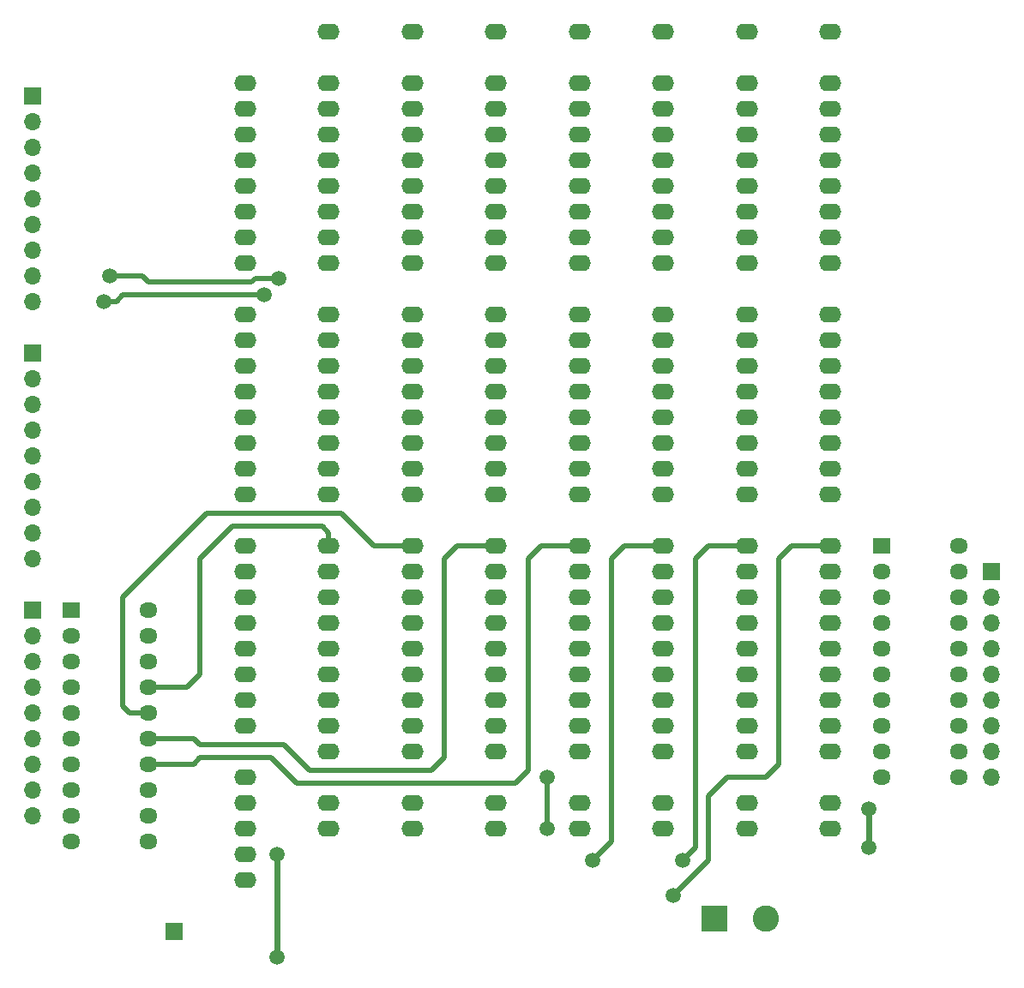
<source format=gbr>
%TF.GenerationSoftware,KiCad,Pcbnew,(5.1.8)-1*%
%TF.CreationDate,2024-08-14T23:36:35+03:00*%
%TF.ProjectId,MUL8x8,4d554c38-7838-42e6-9b69-6361645f7063,rev?*%
%TF.SameCoordinates,Original*%
%TF.FileFunction,Copper,L1,Top*%
%TF.FilePolarity,Positive*%
%FSLAX46Y46*%
G04 Gerber Fmt 4.6, Leading zero omitted, Abs format (unit mm)*
G04 Created by KiCad (PCBNEW (5.1.8)-1) date 2024-08-14 23:36:35*
%MOMM*%
%LPD*%
G01*
G04 APERTURE LIST*
%TA.AperFunction,ComponentPad*%
%ADD10O,1.800000X1.500000*%
%TD*%
%TA.AperFunction,ComponentPad*%
%ADD11R,1.800000X1.500000*%
%TD*%
%TA.AperFunction,ComponentPad*%
%ADD12C,2.600000*%
%TD*%
%TA.AperFunction,ComponentPad*%
%ADD13R,2.600000X2.600000*%
%TD*%
%TA.AperFunction,ComponentPad*%
%ADD14R,1.700000X1.700000*%
%TD*%
%TA.AperFunction,ComponentPad*%
%ADD15O,1.700000X1.700000*%
%TD*%
%TA.AperFunction,ComponentPad*%
%ADD16O,2.200000X1.600000*%
%TD*%
%TA.AperFunction,ViaPad*%
%ADD17C,1.500000*%
%TD*%
%TA.AperFunction,Conductor*%
%ADD18C,0.500000*%
%TD*%
%TA.AperFunction,Conductor*%
%ADD19C,0.600000*%
%TD*%
G04 APERTURE END LIST*
D10*
%TO.P,U10,20*%
%TO.N,VCC*%
X106680000Y-69850000D03*
%TO.P,U10,10*%
%TO.N,GND*%
X99060000Y-92710000D03*
%TO.P,U10,19*%
%TO.N,/~MUL*%
X106680000Y-72390000D03*
%TO.P,U10,9*%
%TO.N,/P15*%
X99060000Y-90170000D03*
%TO.P,U10,18*%
%TO.N,/M8*%
X106680000Y-74930000D03*
%TO.P,U10,8*%
%TO.N,/P14*%
X99060000Y-87630000D03*
%TO.P,U10,17*%
%TO.N,/M9*%
X106680000Y-77470000D03*
%TO.P,U10,7*%
%TO.N,/P13*%
X99060000Y-85090000D03*
%TO.P,U10,16*%
%TO.N,/M10*%
X106680000Y-80010000D03*
%TO.P,U10,6*%
%TO.N,/P12*%
X99060000Y-82550000D03*
%TO.P,U10,15*%
%TO.N,/M11*%
X106680000Y-82550000D03*
%TO.P,U10,5*%
%TO.N,/P11*%
X99060000Y-80010000D03*
%TO.P,U10,14*%
%TO.N,/M12*%
X106680000Y-85090000D03*
%TO.P,U10,4*%
%TO.N,/P10*%
X99060000Y-77470000D03*
%TO.P,U10,13*%
%TO.N,/M13*%
X106680000Y-87630000D03*
%TO.P,U10,3*%
%TO.N,/P9*%
X99060000Y-74930000D03*
%TO.P,U10,12*%
%TO.N,/M14*%
X106680000Y-90170000D03*
%TO.P,U10,2*%
%TO.N,/P8*%
X99060000Y-72390000D03*
%TO.P,U10,11*%
%TO.N,/M15*%
X106680000Y-92710000D03*
D11*
%TO.P,U10,1*%
%TO.N,Net-(R3-Pad1)*%
X99060000Y-69850000D03*
%TD*%
D10*
%TO.P,U9,20*%
%TO.N,VCC*%
X26670000Y-76200000D03*
%TO.P,U9,10*%
%TO.N,GND*%
X19050000Y-99060000D03*
%TO.P,U9,19*%
%TO.N,/~MUL*%
X26670000Y-78740000D03*
%TO.P,U9,9*%
%TO.N,/M7*%
X19050000Y-96520000D03*
%TO.P,U9,18*%
%TO.N,/P0*%
X26670000Y-81280000D03*
%TO.P,U9,8*%
%TO.N,/M6*%
X19050000Y-93980000D03*
%TO.P,U9,17*%
%TO.N,/P1*%
X26670000Y-83820000D03*
%TO.P,U9,7*%
%TO.N,/M5*%
X19050000Y-91440000D03*
%TO.P,U9,16*%
%TO.N,/P2*%
X26670000Y-86360000D03*
%TO.P,U9,6*%
%TO.N,/M4*%
X19050000Y-88900000D03*
%TO.P,U9,15*%
%TO.N,/P3*%
X26670000Y-88900000D03*
%TO.P,U9,5*%
%TO.N,/M3*%
X19050000Y-86360000D03*
%TO.P,U9,14*%
%TO.N,/P4*%
X26670000Y-91440000D03*
%TO.P,U9,4*%
%TO.N,/M2*%
X19050000Y-83820000D03*
%TO.P,U9,13*%
%TO.N,/P5*%
X26670000Y-93980000D03*
%TO.P,U9,3*%
%TO.N,/M1*%
X19050000Y-81280000D03*
%TO.P,U9,12*%
%TO.N,/P6*%
X26670000Y-96520000D03*
%TO.P,U9,2*%
%TO.N,/M0*%
X19050000Y-78740000D03*
%TO.P,U9,11*%
%TO.N,/P7*%
X26670000Y-99060000D03*
D11*
%TO.P,U9,1*%
%TO.N,GND*%
X19050000Y-76200000D03*
%TD*%
D12*
%TO.P,J6,2*%
%TO.N,Net-(J6-Pad2)*%
X87550000Y-106680000D03*
D13*
%TO.P,J6,1*%
%TO.N,GND*%
X82550000Y-106680000D03*
%TD*%
D14*
%TO.P,J5,1*%
%TO.N,/~MUL*%
X29210000Y-107950000D03*
%TD*%
D15*
%TO.P,J4,9*%
%TO.N,/M15*%
X109855000Y-92710000D03*
%TO.P,J4,8*%
%TO.N,/M14*%
X109855000Y-90170000D03*
%TO.P,J4,7*%
%TO.N,/M13*%
X109855000Y-87630000D03*
%TO.P,J4,6*%
%TO.N,/M12*%
X109855000Y-85090000D03*
%TO.P,J4,5*%
%TO.N,/M11*%
X109855000Y-82550000D03*
%TO.P,J4,4*%
%TO.N,/M10*%
X109855000Y-80010000D03*
%TO.P,J4,3*%
%TO.N,/M9*%
X109855000Y-77470000D03*
%TO.P,J4,2*%
%TO.N,/M8*%
X109855000Y-74930000D03*
D14*
%TO.P,J4,1*%
%TO.N,GND*%
X109855000Y-72390000D03*
%TD*%
D15*
%TO.P,J3,9*%
%TO.N,/M7*%
X15240000Y-96520000D03*
%TO.P,J3,8*%
%TO.N,/M6*%
X15240000Y-93980000D03*
%TO.P,J3,7*%
%TO.N,/M5*%
X15240000Y-91440000D03*
%TO.P,J3,6*%
%TO.N,/M4*%
X15240000Y-88900000D03*
%TO.P,J3,5*%
%TO.N,/M3*%
X15240000Y-86360000D03*
%TO.P,J3,4*%
%TO.N,/M2*%
X15240000Y-83820000D03*
%TO.P,J3,3*%
%TO.N,/M1*%
X15240000Y-81280000D03*
%TO.P,J3,2*%
%TO.N,/M0*%
X15240000Y-78740000D03*
D14*
%TO.P,J3,1*%
%TO.N,GND*%
X15240000Y-76200000D03*
%TD*%
D15*
%TO.P,J2,9*%
%TO.N,/B7*%
X15240000Y-45720000D03*
%TO.P,J2,8*%
%TO.N,/B6*%
X15240000Y-43180000D03*
%TO.P,J2,7*%
%TO.N,/B5*%
X15240000Y-40640000D03*
%TO.P,J2,6*%
%TO.N,/B4*%
X15240000Y-38100000D03*
%TO.P,J2,5*%
%TO.N,/B3*%
X15240000Y-35560000D03*
%TO.P,J2,4*%
%TO.N,/B2*%
X15240000Y-33020000D03*
%TO.P,J2,3*%
%TO.N,/B1*%
X15240000Y-30480000D03*
%TO.P,J2,2*%
%TO.N,/B0*%
X15240000Y-27940000D03*
D14*
%TO.P,J2,1*%
%TO.N,GND*%
X15240000Y-25400000D03*
%TD*%
D15*
%TO.P,J1,9*%
%TO.N,/A7*%
X15240000Y-71120000D03*
%TO.P,J1,8*%
%TO.N,/A6*%
X15240000Y-68580000D03*
%TO.P,J1,7*%
%TO.N,/A5*%
X15240000Y-66040000D03*
%TO.P,J1,6*%
%TO.N,/A4*%
X15240000Y-63500000D03*
%TO.P,J1,5*%
%TO.N,/A3*%
X15240000Y-60960000D03*
%TO.P,J1,4*%
%TO.N,/A2*%
X15240000Y-58420000D03*
%TO.P,J1,3*%
%TO.N,/A1*%
X15240000Y-55880000D03*
%TO.P,J1,2*%
%TO.N,/A0*%
X15240000Y-53340000D03*
D14*
%TO.P,J1,1*%
%TO.N,GND*%
X15240000Y-50800000D03*
%TD*%
D16*
%TO.P,U8,29*%
%TO.N,Net-(R2-Pad1)*%
X36195000Y-102870000D03*
%TO.P,U8,28*%
%TO.N,GND*%
X36195000Y-100330000D03*
%TO.P,U8,27*%
X36195000Y-97790000D03*
%TO.P,U8,26*%
%TO.N,VCC*%
X36195000Y-95250000D03*
%TO.P,U8,25*%
%TO.N,Net-(R1-Pad2)*%
X36195000Y-92710000D03*
%TO.P,U8,24*%
%TO.N,Net-(U1-Pad16)*%
X36195000Y-87630000D03*
%TO.P,U8,23*%
%TO.N,Net-(U1-Pad15)*%
X36195000Y-85090000D03*
%TO.P,U8,22*%
%TO.N,Net-(U1-Pad14)*%
X36195000Y-82550000D03*
%TO.P,U8,21*%
%TO.N,Net-(U1-Pad13)*%
X36195000Y-80010000D03*
%TO.P,U8,20*%
%TO.N,Net-(U1-Pad12)*%
X36195000Y-77470000D03*
%TO.P,U8,19*%
%TO.N,Net-(U1-Pad11)*%
X36195000Y-74930000D03*
%TO.P,U8,18*%
%TO.N,Net-(U1-Pad10)*%
X36195000Y-72390000D03*
%TO.P,U8,17*%
%TO.N,/P0*%
X36195000Y-69850000D03*
%TO.P,U8,16*%
%TO.N,/B0*%
X36195000Y-64770000D03*
%TO.P,U8,15*%
X36195000Y-62230000D03*
%TO.P,U8,14*%
X36195000Y-59690000D03*
%TO.P,U8,13*%
X36195000Y-57150000D03*
%TO.P,U8,12*%
X36195000Y-54610000D03*
%TO.P,U8,11*%
X36195000Y-52070000D03*
%TO.P,U8,10*%
X36195000Y-49530000D03*
%TO.P,U8,9*%
X36195000Y-46990000D03*
%TO.P,U8,8*%
%TO.N,/A7*%
X36195000Y-41910000D03*
%TO.P,U8,7*%
%TO.N,/A6*%
X36195000Y-39370000D03*
%TO.P,U8,6*%
%TO.N,/A5*%
X36195000Y-36830000D03*
%TO.P,U8,5*%
%TO.N,/A4*%
X36195000Y-34290000D03*
%TO.P,U8,4*%
%TO.N,/A3*%
X36195000Y-31750000D03*
%TO.P,U8,3*%
%TO.N,/A2*%
X36195000Y-29210000D03*
%TO.P,U8,2*%
%TO.N,/A1*%
X36195000Y-26670000D03*
%TO.P,U8,1*%
%TO.N,/A0*%
X36195000Y-24130000D03*
%TD*%
%TO.P,U7,28*%
%TO.N,GND*%
X93980000Y-97790000D03*
%TO.P,U7,27*%
%TO.N,VCC*%
X93980000Y-95250000D03*
%TO.P,U7,26*%
%TO.N,/P15*%
X93980000Y-90170000D03*
%TO.P,U7,25*%
%TO.N,/P14*%
X93980000Y-87630000D03*
%TO.P,U7,24*%
%TO.N,/P13*%
X93980000Y-85090000D03*
%TO.P,U7,23*%
%TO.N,/P12*%
X93980000Y-82550000D03*
%TO.P,U7,22*%
%TO.N,/P11*%
X93980000Y-80010000D03*
%TO.P,U7,21*%
%TO.N,/P10*%
X93980000Y-77470000D03*
%TO.P,U7,20*%
%TO.N,/P9*%
X93980000Y-74930000D03*
%TO.P,U7,19*%
%TO.N,/P8*%
X93980000Y-72390000D03*
%TO.P,U7,18*%
%TO.N,/P7*%
X93980000Y-69850000D03*
%TO.P,U7,17*%
%TO.N,Net-(U6-Pad26)*%
X93980000Y-64770000D03*
%TO.P,U7,16*%
%TO.N,Net-(U6-Pad25)*%
X93980000Y-62230000D03*
%TO.P,U7,15*%
%TO.N,Net-(U6-Pad24)*%
X93980000Y-59690000D03*
%TO.P,U7,14*%
%TO.N,Net-(U6-Pad23)*%
X93980000Y-57150000D03*
%TO.P,U7,13*%
%TO.N,Net-(U6-Pad22)*%
X93980000Y-54610000D03*
%TO.P,U7,12*%
%TO.N,Net-(U6-Pad21)*%
X93980000Y-52070000D03*
%TO.P,U7,11*%
%TO.N,Net-(U6-Pad20)*%
X93980000Y-49530000D03*
%TO.P,U7,10*%
%TO.N,Net-(U6-Pad19)*%
X93980000Y-46990000D03*
%TO.P,U7,9*%
%TO.N,/A7*%
X93980000Y-41910000D03*
%TO.P,U7,8*%
%TO.N,/A6*%
X93980000Y-39370000D03*
%TO.P,U7,7*%
%TO.N,/A5*%
X93980000Y-36830000D03*
%TO.P,U7,6*%
%TO.N,/A4*%
X93980000Y-34290000D03*
%TO.P,U7,5*%
%TO.N,/A3*%
X93980000Y-31750000D03*
%TO.P,U7,4*%
%TO.N,/A2*%
X93980000Y-29210000D03*
%TO.P,U7,3*%
%TO.N,/A1*%
X93980000Y-26670000D03*
%TO.P,U7,2*%
%TO.N,/A0*%
X93980000Y-24130000D03*
%TO.P,U7,1*%
%TO.N,/B7*%
X93980000Y-19050000D03*
%TD*%
%TO.P,U6,28*%
%TO.N,GND*%
X85725000Y-97790000D03*
%TO.P,U6,27*%
%TO.N,VCC*%
X85725000Y-95250000D03*
%TO.P,U6,26*%
%TO.N,Net-(U6-Pad26)*%
X85725000Y-90170000D03*
%TO.P,U6,25*%
%TO.N,Net-(U6-Pad25)*%
X85725000Y-87630000D03*
%TO.P,U6,24*%
%TO.N,Net-(U6-Pad24)*%
X85725000Y-85090000D03*
%TO.P,U6,23*%
%TO.N,Net-(U6-Pad23)*%
X85725000Y-82550000D03*
%TO.P,U6,22*%
%TO.N,Net-(U6-Pad22)*%
X85725000Y-80010000D03*
%TO.P,U6,21*%
%TO.N,Net-(U6-Pad21)*%
X85725000Y-77470000D03*
%TO.P,U6,20*%
%TO.N,Net-(U6-Pad20)*%
X85725000Y-74930000D03*
%TO.P,U6,19*%
%TO.N,Net-(U6-Pad19)*%
X85725000Y-72390000D03*
%TO.P,U6,18*%
%TO.N,/P6*%
X85725000Y-69850000D03*
%TO.P,U6,17*%
%TO.N,Net-(U5-Pad26)*%
X85725000Y-64770000D03*
%TO.P,U6,16*%
%TO.N,Net-(U5-Pad25)*%
X85725000Y-62230000D03*
%TO.P,U6,15*%
%TO.N,Net-(U5-Pad24)*%
X85725000Y-59690000D03*
%TO.P,U6,14*%
%TO.N,Net-(U5-Pad23)*%
X85725000Y-57150000D03*
%TO.P,U6,13*%
%TO.N,Net-(U5-Pad22)*%
X85725000Y-54610000D03*
%TO.P,U6,12*%
%TO.N,Net-(U5-Pad21)*%
X85725000Y-52070000D03*
%TO.P,U6,11*%
%TO.N,Net-(U5-Pad20)*%
X85725000Y-49530000D03*
%TO.P,U6,10*%
%TO.N,Net-(U5-Pad19)*%
X85725000Y-46990000D03*
%TO.P,U6,9*%
%TO.N,/A7*%
X85725000Y-41910000D03*
%TO.P,U6,8*%
%TO.N,/A6*%
X85725000Y-39370000D03*
%TO.P,U6,7*%
%TO.N,/A5*%
X85725000Y-36830000D03*
%TO.P,U6,6*%
%TO.N,/A4*%
X85725000Y-34290000D03*
%TO.P,U6,5*%
%TO.N,/A3*%
X85725000Y-31750000D03*
%TO.P,U6,4*%
%TO.N,/A2*%
X85725000Y-29210000D03*
%TO.P,U6,3*%
%TO.N,/A1*%
X85725000Y-26670000D03*
%TO.P,U6,2*%
%TO.N,/A0*%
X85725000Y-24130000D03*
%TO.P,U6,1*%
%TO.N,/B6*%
X85725000Y-19050000D03*
%TD*%
%TO.P,U5,28*%
%TO.N,GND*%
X77470000Y-97790000D03*
%TO.P,U5,27*%
%TO.N,VCC*%
X77470000Y-95250000D03*
%TO.P,U5,26*%
%TO.N,Net-(U5-Pad26)*%
X77470000Y-90170000D03*
%TO.P,U5,25*%
%TO.N,Net-(U5-Pad25)*%
X77470000Y-87630000D03*
%TO.P,U5,24*%
%TO.N,Net-(U5-Pad24)*%
X77470000Y-85090000D03*
%TO.P,U5,23*%
%TO.N,Net-(U5-Pad23)*%
X77470000Y-82550000D03*
%TO.P,U5,22*%
%TO.N,Net-(U5-Pad22)*%
X77470000Y-80010000D03*
%TO.P,U5,21*%
%TO.N,Net-(U5-Pad21)*%
X77470000Y-77470000D03*
%TO.P,U5,20*%
%TO.N,Net-(U5-Pad20)*%
X77470000Y-74930000D03*
%TO.P,U5,19*%
%TO.N,Net-(U5-Pad19)*%
X77470000Y-72390000D03*
%TO.P,U5,18*%
%TO.N,/P5*%
X77470000Y-69850000D03*
%TO.P,U5,17*%
%TO.N,Net-(U4-Pad26)*%
X77470000Y-64770000D03*
%TO.P,U5,16*%
%TO.N,Net-(U4-Pad25)*%
X77470000Y-62230000D03*
%TO.P,U5,15*%
%TO.N,Net-(U4-Pad24)*%
X77470000Y-59690000D03*
%TO.P,U5,14*%
%TO.N,Net-(U4-Pad23)*%
X77470000Y-57150000D03*
%TO.P,U5,13*%
%TO.N,Net-(U4-Pad22)*%
X77470000Y-54610000D03*
%TO.P,U5,12*%
%TO.N,Net-(U4-Pad21)*%
X77470000Y-52070000D03*
%TO.P,U5,11*%
%TO.N,Net-(U4-Pad20)*%
X77470000Y-49530000D03*
%TO.P,U5,10*%
%TO.N,Net-(U4-Pad19)*%
X77470000Y-46990000D03*
%TO.P,U5,9*%
%TO.N,/A7*%
X77470000Y-41910000D03*
%TO.P,U5,8*%
%TO.N,/A6*%
X77470000Y-39370000D03*
%TO.P,U5,7*%
%TO.N,/A5*%
X77470000Y-36830000D03*
%TO.P,U5,6*%
%TO.N,/A4*%
X77470000Y-34290000D03*
%TO.P,U5,5*%
%TO.N,/A3*%
X77470000Y-31750000D03*
%TO.P,U5,4*%
%TO.N,/A2*%
X77470000Y-29210000D03*
%TO.P,U5,3*%
%TO.N,/A1*%
X77470000Y-26670000D03*
%TO.P,U5,2*%
%TO.N,/A0*%
X77470000Y-24130000D03*
%TO.P,U5,1*%
%TO.N,/B5*%
X77470000Y-19050000D03*
%TD*%
%TO.P,U4,28*%
%TO.N,GND*%
X69215000Y-97790000D03*
%TO.P,U4,27*%
%TO.N,VCC*%
X69215000Y-95250000D03*
%TO.P,U4,26*%
%TO.N,Net-(U4-Pad26)*%
X69215000Y-90170000D03*
%TO.P,U4,25*%
%TO.N,Net-(U4-Pad25)*%
X69215000Y-87630000D03*
%TO.P,U4,24*%
%TO.N,Net-(U4-Pad24)*%
X69215000Y-85090000D03*
%TO.P,U4,23*%
%TO.N,Net-(U4-Pad23)*%
X69215000Y-82550000D03*
%TO.P,U4,22*%
%TO.N,Net-(U4-Pad22)*%
X69215000Y-80010000D03*
%TO.P,U4,21*%
%TO.N,Net-(U4-Pad21)*%
X69215000Y-77470000D03*
%TO.P,U4,20*%
%TO.N,Net-(U4-Pad20)*%
X69215000Y-74930000D03*
%TO.P,U4,19*%
%TO.N,Net-(U4-Pad19)*%
X69215000Y-72390000D03*
%TO.P,U4,18*%
%TO.N,/P4*%
X69215000Y-69850000D03*
%TO.P,U4,17*%
%TO.N,Net-(U3-Pad26)*%
X69215000Y-64770000D03*
%TO.P,U4,16*%
%TO.N,Net-(U3-Pad25)*%
X69215000Y-62230000D03*
%TO.P,U4,15*%
%TO.N,Net-(U3-Pad24)*%
X69215000Y-59690000D03*
%TO.P,U4,14*%
%TO.N,Net-(U3-Pad23)*%
X69215000Y-57150000D03*
%TO.P,U4,13*%
%TO.N,Net-(U3-Pad22)*%
X69215000Y-54610000D03*
%TO.P,U4,12*%
%TO.N,Net-(U3-Pad21)*%
X69215000Y-52070000D03*
%TO.P,U4,11*%
%TO.N,Net-(U3-Pad20)*%
X69215000Y-49530000D03*
%TO.P,U4,10*%
%TO.N,Net-(U3-Pad19)*%
X69215000Y-46990000D03*
%TO.P,U4,9*%
%TO.N,/A7*%
X69215000Y-41910000D03*
%TO.P,U4,8*%
%TO.N,/A6*%
X69215000Y-39370000D03*
%TO.P,U4,7*%
%TO.N,/A5*%
X69215000Y-36830000D03*
%TO.P,U4,6*%
%TO.N,/A4*%
X69215000Y-34290000D03*
%TO.P,U4,5*%
%TO.N,/A3*%
X69215000Y-31750000D03*
%TO.P,U4,4*%
%TO.N,/A2*%
X69215000Y-29210000D03*
%TO.P,U4,3*%
%TO.N,/A1*%
X69215000Y-26670000D03*
%TO.P,U4,2*%
%TO.N,/A0*%
X69215000Y-24130000D03*
%TO.P,U4,1*%
%TO.N,/B4*%
X69215000Y-19050000D03*
%TD*%
%TO.P,U3,28*%
%TO.N,GND*%
X60960000Y-97790000D03*
%TO.P,U3,27*%
%TO.N,VCC*%
X60960000Y-95250000D03*
%TO.P,U3,26*%
%TO.N,Net-(U3-Pad26)*%
X60960000Y-90170000D03*
%TO.P,U3,25*%
%TO.N,Net-(U3-Pad25)*%
X60960000Y-87630000D03*
%TO.P,U3,24*%
%TO.N,Net-(U3-Pad24)*%
X60960000Y-85090000D03*
%TO.P,U3,23*%
%TO.N,Net-(U3-Pad23)*%
X60960000Y-82550000D03*
%TO.P,U3,22*%
%TO.N,Net-(U3-Pad22)*%
X60960000Y-80010000D03*
%TO.P,U3,21*%
%TO.N,Net-(U3-Pad21)*%
X60960000Y-77470000D03*
%TO.P,U3,20*%
%TO.N,Net-(U3-Pad20)*%
X60960000Y-74930000D03*
%TO.P,U3,19*%
%TO.N,Net-(U3-Pad19)*%
X60960000Y-72390000D03*
%TO.P,U3,18*%
%TO.N,/P3*%
X60960000Y-69850000D03*
%TO.P,U3,17*%
%TO.N,Net-(U2-Pad26)*%
X60960000Y-64770000D03*
%TO.P,U3,16*%
%TO.N,Net-(U2-Pad25)*%
X60960000Y-62230000D03*
%TO.P,U3,15*%
%TO.N,Net-(U2-Pad24)*%
X60960000Y-59690000D03*
%TO.P,U3,14*%
%TO.N,Net-(U2-Pad23)*%
X60960000Y-57150000D03*
%TO.P,U3,13*%
%TO.N,Net-(U2-Pad22)*%
X60960000Y-54610000D03*
%TO.P,U3,12*%
%TO.N,Net-(U2-Pad21)*%
X60960000Y-52070000D03*
%TO.P,U3,11*%
%TO.N,Net-(U2-Pad20)*%
X60960000Y-49530000D03*
%TO.P,U3,10*%
%TO.N,Net-(U2-Pad19)*%
X60960000Y-46990000D03*
%TO.P,U3,9*%
%TO.N,/A7*%
X60960000Y-41910000D03*
%TO.P,U3,8*%
%TO.N,/A6*%
X60960000Y-39370000D03*
%TO.P,U3,7*%
%TO.N,/A5*%
X60960000Y-36830000D03*
%TO.P,U3,6*%
%TO.N,/A4*%
X60960000Y-34290000D03*
%TO.P,U3,5*%
%TO.N,/A3*%
X60960000Y-31750000D03*
%TO.P,U3,4*%
%TO.N,/A2*%
X60960000Y-29210000D03*
%TO.P,U3,3*%
%TO.N,/A1*%
X60960000Y-26670000D03*
%TO.P,U3,2*%
%TO.N,/A0*%
X60960000Y-24130000D03*
%TO.P,U3,1*%
%TO.N,/B3*%
X60960000Y-19050000D03*
%TD*%
%TO.P,U2,28*%
%TO.N,GND*%
X52705000Y-97790000D03*
%TO.P,U2,27*%
%TO.N,VCC*%
X52705000Y-95250000D03*
%TO.P,U2,26*%
%TO.N,Net-(U2-Pad26)*%
X52705000Y-90170000D03*
%TO.P,U2,25*%
%TO.N,Net-(U2-Pad25)*%
X52705000Y-87630000D03*
%TO.P,U2,24*%
%TO.N,Net-(U2-Pad24)*%
X52705000Y-85090000D03*
%TO.P,U2,23*%
%TO.N,Net-(U2-Pad23)*%
X52705000Y-82550000D03*
%TO.P,U2,22*%
%TO.N,Net-(U2-Pad22)*%
X52705000Y-80010000D03*
%TO.P,U2,21*%
%TO.N,Net-(U2-Pad21)*%
X52705000Y-77470000D03*
%TO.P,U2,20*%
%TO.N,Net-(U2-Pad20)*%
X52705000Y-74930000D03*
%TO.P,U2,19*%
%TO.N,Net-(U2-Pad19)*%
X52705000Y-72390000D03*
%TO.P,U2,18*%
%TO.N,/P2*%
X52705000Y-69850000D03*
%TO.P,U2,17*%
%TO.N,Net-(U1-Pad26)*%
X52705000Y-64770000D03*
%TO.P,U2,16*%
%TO.N,Net-(U1-Pad25)*%
X52705000Y-62230000D03*
%TO.P,U2,15*%
%TO.N,Net-(U1-Pad24)*%
X52705000Y-59690000D03*
%TO.P,U2,14*%
%TO.N,Net-(U1-Pad23)*%
X52705000Y-57150000D03*
%TO.P,U2,13*%
%TO.N,Net-(U1-Pad22)*%
X52705000Y-54610000D03*
%TO.P,U2,12*%
%TO.N,Net-(U1-Pad21)*%
X52705000Y-52070000D03*
%TO.P,U2,11*%
%TO.N,Net-(U1-Pad20)*%
X52705000Y-49530000D03*
%TO.P,U2,10*%
%TO.N,Net-(U1-Pad19)*%
X52705000Y-46990000D03*
%TO.P,U2,9*%
%TO.N,/A7*%
X52705000Y-41910000D03*
%TO.P,U2,8*%
%TO.N,/A6*%
X52705000Y-39370000D03*
%TO.P,U2,7*%
%TO.N,/A5*%
X52705000Y-36830000D03*
%TO.P,U2,6*%
%TO.N,/A4*%
X52705000Y-34290000D03*
%TO.P,U2,5*%
%TO.N,/A3*%
X52705000Y-31750000D03*
%TO.P,U2,4*%
%TO.N,/A2*%
X52705000Y-29210000D03*
%TO.P,U2,3*%
%TO.N,/A1*%
X52705000Y-26670000D03*
%TO.P,U2,2*%
%TO.N,/A0*%
X52705000Y-24130000D03*
%TO.P,U2,1*%
%TO.N,/B2*%
X52705000Y-19050000D03*
%TD*%
%TO.P,U1,28*%
%TO.N,GND*%
X44450000Y-97790000D03*
%TO.P,U1,27*%
%TO.N,VCC*%
X44450000Y-95250000D03*
%TO.P,U1,26*%
%TO.N,Net-(U1-Pad26)*%
X44450000Y-90170000D03*
%TO.P,U1,25*%
%TO.N,Net-(U1-Pad25)*%
X44450000Y-87630000D03*
%TO.P,U1,24*%
%TO.N,Net-(U1-Pad24)*%
X44450000Y-85090000D03*
%TO.P,U1,23*%
%TO.N,Net-(U1-Pad23)*%
X44450000Y-82550000D03*
%TO.P,U1,22*%
%TO.N,Net-(U1-Pad22)*%
X44450000Y-80010000D03*
%TO.P,U1,21*%
%TO.N,Net-(U1-Pad21)*%
X44450000Y-77470000D03*
%TO.P,U1,20*%
%TO.N,Net-(U1-Pad20)*%
X44450000Y-74930000D03*
%TO.P,U1,19*%
%TO.N,Net-(U1-Pad19)*%
X44450000Y-72390000D03*
%TO.P,U1,18*%
%TO.N,/P1*%
X44450000Y-69850000D03*
%TO.P,U1,17*%
%TO.N,GND*%
X44450000Y-64770000D03*
%TO.P,U1,16*%
%TO.N,Net-(U1-Pad16)*%
X44450000Y-62230000D03*
%TO.P,U1,15*%
%TO.N,Net-(U1-Pad15)*%
X44450000Y-59690000D03*
%TO.P,U1,14*%
%TO.N,Net-(U1-Pad14)*%
X44450000Y-57150000D03*
%TO.P,U1,13*%
%TO.N,Net-(U1-Pad13)*%
X44450000Y-54610000D03*
%TO.P,U1,12*%
%TO.N,Net-(U1-Pad12)*%
X44450000Y-52070000D03*
%TO.P,U1,11*%
%TO.N,Net-(U1-Pad11)*%
X44450000Y-49530000D03*
%TO.P,U1,10*%
%TO.N,Net-(U1-Pad10)*%
X44450000Y-46990000D03*
%TO.P,U1,9*%
%TO.N,/A7*%
X44450000Y-41910000D03*
%TO.P,U1,8*%
%TO.N,/A6*%
X44450000Y-39370000D03*
%TO.P,U1,7*%
%TO.N,/A5*%
X44450000Y-36830000D03*
%TO.P,U1,6*%
%TO.N,/A4*%
X44450000Y-34290000D03*
%TO.P,U1,5*%
%TO.N,/A3*%
X44450000Y-31750000D03*
%TO.P,U1,4*%
%TO.N,/A2*%
X44450000Y-29210000D03*
%TO.P,U1,3*%
%TO.N,/A1*%
X44450000Y-26670000D03*
%TO.P,U1,2*%
%TO.N,/A0*%
X44450000Y-24130000D03*
%TO.P,U1,1*%
%TO.N,/B1*%
X44450000Y-19050000D03*
%TD*%
D17*
%TO.N,GND*%
X66040000Y-92710000D03*
X66040000Y-97790000D03*
X39370000Y-100330000D03*
X39370000Y-110490000D03*
%TO.N,/B7*%
X38100000Y-45085000D03*
X22225000Y-45720000D03*
%TO.N,/B6*%
X39497000Y-43434000D03*
X22860000Y-43180000D03*
%TO.N,VCC*%
X97790000Y-95885000D03*
X97790000Y-99695000D03*
%TO.N,/P5*%
X70485000Y-100965000D03*
%TO.N,/P6*%
X79375000Y-100965000D03*
%TO.N,/P7*%
X78422500Y-104457500D03*
%TD*%
D18*
%TO.N,GND*%
X66040000Y-92710000D02*
X66040000Y-97790000D01*
D19*
X39370000Y-100330000D02*
X39370000Y-110490000D01*
D18*
%TO.N,/B7*%
X23495000Y-45720000D02*
X24130000Y-45085000D01*
X22225000Y-45720000D02*
X23495000Y-45720000D01*
X38100000Y-45085000D02*
X24130000Y-45085000D01*
%TO.N,/B6*%
X26035000Y-43180000D02*
X22860000Y-43180000D01*
X26670000Y-43815000D02*
X26035000Y-43180000D01*
X36830000Y-43815000D02*
X26670000Y-43815000D01*
X37211000Y-43434000D02*
X36830000Y-43815000D01*
X39497000Y-43434000D02*
X37211000Y-43434000D01*
D19*
%TO.N,VCC*%
X97790000Y-95885000D02*
X97790000Y-99695000D01*
D18*
%TO.N,/P1*%
X26670000Y-83820000D02*
X30480000Y-83820000D01*
X30480000Y-83820000D02*
X31750000Y-82550000D01*
X44450000Y-68580000D02*
X44450000Y-69850000D01*
X43815000Y-67945000D02*
X44450000Y-68580000D01*
X31750000Y-71120000D02*
X34925000Y-67945000D01*
X34925000Y-67945000D02*
X43815000Y-67945000D01*
X31750000Y-82550000D02*
X31750000Y-71120000D01*
%TO.N,/P2*%
X24130000Y-74930000D02*
X32385000Y-66675000D01*
X24130000Y-85725000D02*
X24130000Y-74930000D01*
X24765000Y-86360000D02*
X24130000Y-85725000D01*
X26670000Y-86360000D02*
X24765000Y-86360000D01*
X52705000Y-69850000D02*
X48895000Y-69850000D01*
X48895000Y-69850000D02*
X45720000Y-66675000D01*
X32385000Y-66675000D02*
X45720000Y-66675000D01*
%TO.N,/P3*%
X57150000Y-69850000D02*
X60960000Y-69850000D01*
X55880000Y-90805000D02*
X55880000Y-71120000D01*
X42545000Y-92075000D02*
X54610000Y-92075000D01*
X40005000Y-89535000D02*
X42545000Y-92075000D01*
X54610000Y-92075000D02*
X55880000Y-90805000D01*
X31750000Y-89535000D02*
X40005000Y-89535000D01*
X55880000Y-71120000D02*
X57150000Y-69850000D01*
X31115000Y-88900000D02*
X31750000Y-89535000D01*
X26670000Y-88900000D02*
X31115000Y-88900000D01*
%TO.N,/P4*%
X65405000Y-69850000D02*
X69215000Y-69850000D01*
X64135000Y-71120000D02*
X65405000Y-69850000D01*
X64135000Y-92075000D02*
X64135000Y-71120000D01*
X62865000Y-93345000D02*
X64135000Y-92075000D01*
X41275000Y-93345000D02*
X62865000Y-93345000D01*
X38735000Y-90805000D02*
X41275000Y-93345000D01*
X31115000Y-91440000D02*
X31750000Y-90805000D01*
X31750000Y-90805000D02*
X38735000Y-90805000D01*
X26670000Y-91440000D02*
X31115000Y-91440000D01*
%TO.N,/P5*%
X72390000Y-71120000D02*
X73660000Y-69850000D01*
X72390000Y-99060000D02*
X72390000Y-71120000D01*
X73660000Y-69850000D02*
X77470000Y-69850000D01*
X70485000Y-100965000D02*
X72390000Y-99060000D01*
%TO.N,/P6*%
X81915000Y-69850000D02*
X85725000Y-69850000D01*
X80645000Y-71120000D02*
X81915000Y-69850000D01*
X80645000Y-99695000D02*
X80645000Y-71120000D01*
X79375000Y-100965000D02*
X80645000Y-99695000D01*
%TO.N,/P7*%
X88900000Y-91440000D02*
X88900000Y-71120000D01*
X83820000Y-92710000D02*
X87630000Y-92710000D01*
X90170000Y-69850000D02*
X93980000Y-69850000D01*
X87630000Y-92710000D02*
X88900000Y-91440000D01*
X81915000Y-100965000D02*
X81915000Y-94615000D01*
X88900000Y-71120000D02*
X90170000Y-69850000D01*
X81915000Y-94615000D02*
X83820000Y-92710000D01*
X78422500Y-104457500D02*
X81915000Y-100965000D01*
%TD*%
M02*

</source>
